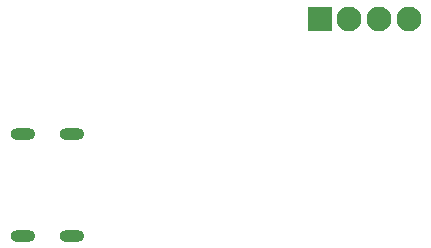
<source format=gbs>
G04 Layer: BottomSolderMaskLayer*
G04 EasyEDA v6.5.37, 2023-10-27 13:21:48*
G04 e951b92086064ac1ad3908aecfae3427,cc522e7a65ad493f8bbdbc3af6dfe8a3,10*
G04 Gerber Generator version 0.2*
G04 Scale: 100 percent, Rotated: No, Reflected: No *
G04 Dimensions in millimeters *
G04 leading zeros omitted , absolute positions ,4 integer and 5 decimal *
%FSLAX45Y45*%
%MOMM*%

%AMMACRO1*1,1,$1,$2,$3*1,1,$1,$4,$5*1,1,$1,0-$2,0-$3*1,1,$1,0-$4,0-$5*20,1,$1,$2,$3,$4,$5,0*20,1,$1,$4,$5,0-$2,0-$3,0*20,1,$1,0-$2,0-$3,0-$4,0-$5,0*20,1,$1,0-$4,0-$5,$2,$3,0*4,1,4,$2,$3,$4,$5,0-$2,0-$3,0-$4,0-$5,$2,$3,0*%
%ADD10O,2.101596X1.0015981999999999*%
%ADD11C,2.1016*%
%ADD12MACRO1,0.1016X-1X1X1X1*%

%LPD*%
D10*
G01*
X1133017Y2896285D03*
G01*
X1133017Y2031314D03*
G01*
X715010Y2031314D03*
G01*
X715010Y2896285D03*
D11*
G01*
X3981805Y3873500D03*
G01*
X3731793Y3873500D03*
G01*
X3481806Y3873500D03*
D12*
G01*
X3231794Y3873500D03*
M02*

</source>
